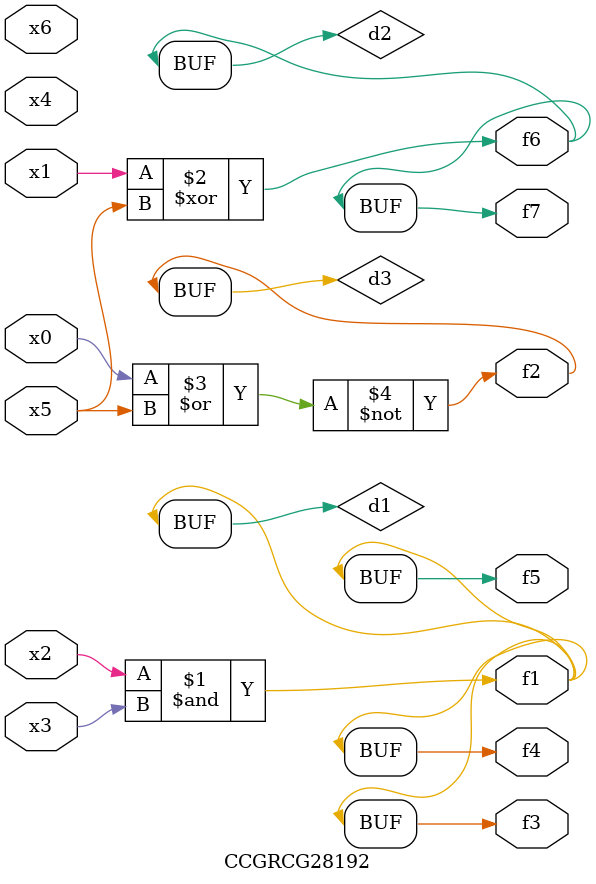
<source format=v>
module CCGRCG28192(
	input x0, x1, x2, x3, x4, x5, x6,
	output f1, f2, f3, f4, f5, f6, f7
);

	wire d1, d2, d3;

	and (d1, x2, x3);
	xor (d2, x1, x5);
	nor (d3, x0, x5);
	assign f1 = d1;
	assign f2 = d3;
	assign f3 = d1;
	assign f4 = d1;
	assign f5 = d1;
	assign f6 = d2;
	assign f7 = d2;
endmodule

</source>
